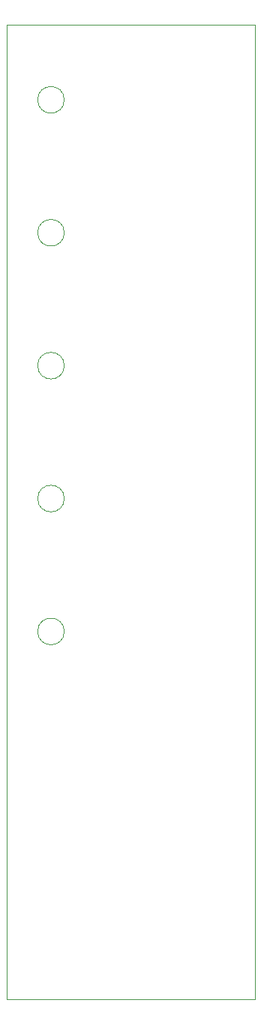
<source format=gm1>
%TF.GenerationSoftware,KiCad,Pcbnew,(6.0.1)*%
%TF.CreationDate,2022-10-18T10:19:05-04:00*%
%TF.ProjectId,ER-MIDI-THRU,45522d4d-4944-4492-9d54-4852552e6b69,1*%
%TF.SameCoordinates,Original*%
%TF.FileFunction,Profile,NP*%
%FSLAX46Y46*%
G04 Gerber Fmt 4.6, Leading zero omitted, Abs format (unit mm)*
G04 Created by KiCad (PCBNEW (6.0.1)) date 2022-10-18 10:19:05*
%MOMM*%
%LPD*%
G01*
G04 APERTURE LIST*
%TA.AperFunction,Profile*%
%ADD10C,0.100000*%
%TD*%
G04 APERTURE END LIST*
D10*
X6500000Y-68500000D02*
G75*
G03*
X6500000Y-68500000I-1500000J0D01*
G01*
X0Y0D02*
X28000000Y0D01*
X28000000Y0D02*
X28000000Y-110000000D01*
X28000000Y-110000000D02*
X0Y-110000000D01*
X0Y-110000000D02*
X0Y0D01*
X6500000Y-23500000D02*
G75*
G03*
X6500000Y-23500000I-1500000J0D01*
G01*
X6500000Y-53500000D02*
G75*
G03*
X6500000Y-53500000I-1500000J0D01*
G01*
X6500000Y-8500000D02*
G75*
G03*
X6500000Y-8500000I-1500000J0D01*
G01*
X6500000Y-38500000D02*
G75*
G03*
X6500000Y-38500000I-1500000J0D01*
G01*
M02*

</source>
